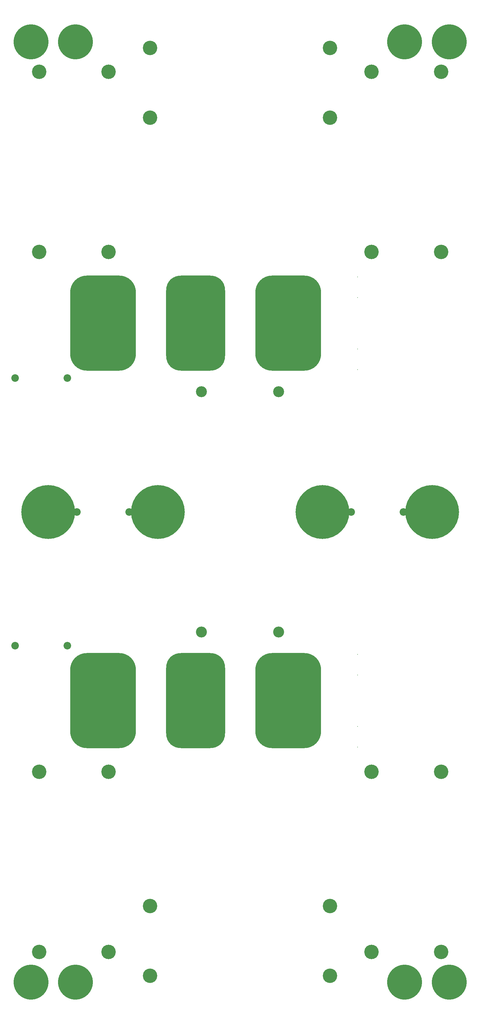
<source format=gbs>
G04*
G04 #@! TF.GenerationSoftware,Altium Limited,Altium Designer,18.1.9 (240)*
G04*
G04 Layer_Color=16711935*
%FSLAX25Y25*%
%MOIN*%
G70*
G01*
G75*
%ADD18C,0.40170*%
%ADD19C,0.61824*%
%ADD20C,0.08674*%
%ADD21C,0.16548*%
%ADD22C,0.12611*%
G04:AMPARAMS|DCode=23|XSize=756.03mil|YSize=1090.68mil|CornerRadius=191.01mil|HoleSize=0mil|Usage=FLASHONLY|Rotation=0.000|XOffset=0mil|YOffset=0mil|HoleType=Round|Shape=RoundedRectangle|*
%AMROUNDEDRECTD23*
21,1,0.75603,0.70866,0,0,0.0*
21,1,0.37402,1.09068,0,0,0.0*
1,1,0.38202,0.18701,-0.35433*
1,1,0.38202,-0.18701,-0.35433*
1,1,0.38202,-0.18701,0.35433*
1,1,0.38202,0.18701,0.35433*
%
%ADD23ROUNDEDRECTD23*%
G04:AMPARAMS|DCode=24|XSize=677.29mil|YSize=1090.68mil|CornerRadius=171.32mil|HoleSize=0mil|Usage=FLASHONLY|Rotation=0.000|XOffset=0mil|YOffset=0mil|HoleType=Round|Shape=RoundedRectangle|*
%AMROUNDEDRECTD24*
21,1,0.67729,0.74803,0,0,0.0*
21,1,0.33465,1.09068,0,0,0.0*
1,1,0.34265,0.16732,-0.37402*
1,1,0.34265,-0.16732,-0.37402*
1,1,0.34265,-0.16732,0.37402*
1,1,0.34265,0.16732,0.37402*
%
%ADD24ROUNDEDRECTD24*%
%ADD25C,0.00800*%
%ADD26C,0.04737*%
D18*
X188976Y539370D02*
D03*
X240158D02*
D03*
X-188976Y539370D02*
D03*
X-240158D02*
D03*
X188976Y-539370D02*
D03*
X240158D02*
D03*
X-240158Y-539370D02*
D03*
X-188976D02*
D03*
D19*
X220472Y0D02*
D03*
X94488D02*
D03*
X-220472D02*
D03*
X-94488D02*
D03*
D20*
X-187480D02*
D03*
X-127480D02*
D03*
X127480D02*
D03*
X187480D02*
D03*
X-258347Y153543D02*
D03*
X-198346D02*
D03*
Y-153543D02*
D03*
X-258347D02*
D03*
D21*
X-150984Y298228D02*
D03*
Y504921D02*
D03*
X-230906D02*
D03*
Y298228D02*
D03*
X150984Y504921D02*
D03*
Y298228D02*
D03*
X230906D02*
D03*
Y504921D02*
D03*
X-103347Y452165D02*
D03*
X103347D02*
D03*
Y532087D02*
D03*
X-103347D02*
D03*
X230906Y-504921D02*
D03*
Y-298228D02*
D03*
X150984D02*
D03*
Y-504921D02*
D03*
X-103347Y-532087D02*
D03*
X103347D02*
D03*
Y-452165D02*
D03*
X-103347D02*
D03*
X-150984Y-298228D02*
D03*
Y-504921D02*
D03*
X-230906D02*
D03*
Y-298228D02*
D03*
D22*
X-44291Y137795D02*
D03*
X44291D02*
D03*
X-44291Y-137795D02*
D03*
X44291D02*
D03*
D23*
X-157480Y-216535D02*
D03*
X55118D02*
D03*
Y216535D02*
D03*
X-157480D02*
D03*
D24*
X-51181Y-216535D02*
D03*
Y216535D02*
D03*
D25*
X134843Y-269685D02*
D03*
Y-246063D02*
D03*
Y-187008D02*
D03*
Y-163386D02*
D03*
Y269685D02*
D03*
Y246063D02*
D03*
Y187008D02*
D03*
Y163386D02*
D03*
D26*
X-51181Y-240158D02*
D03*
Y-255906D02*
D03*
X-47244Y-263779D02*
D03*
X-43307Y-255906D02*
D03*
X-47244Y-248031D02*
D03*
X-43307Y-240158D02*
D03*
X-47244Y-232283D02*
D03*
X-39370D02*
D03*
X-35433Y-240158D02*
D03*
X-39370Y-248031D02*
D03*
X-31496Y-232283D02*
D03*
X-23622D02*
D03*
X-27559Y-240158D02*
D03*
X-31496Y-248031D02*
D03*
X-23622D02*
D03*
X-35433Y-255906D02*
D03*
X-27559D02*
D03*
X-39370Y-263779D02*
D03*
X-35433Y-224409D02*
D03*
X-27559D02*
D03*
X-31496Y-216535D02*
D03*
X-23622D02*
D03*
X-47244Y-169291D02*
D03*
X-43307Y-177165D02*
D03*
X-47244Y-185039D02*
D03*
X-43307Y-192913D02*
D03*
X-47244Y-200787D02*
D03*
X-39370D02*
D03*
X-35433Y-192913D02*
D03*
X-39370Y-185039D02*
D03*
X-31496Y-200787D02*
D03*
X-23622D02*
D03*
X-27559Y-192913D02*
D03*
X-31496Y-185039D02*
D03*
X-23622D02*
D03*
X-35433Y-177165D02*
D03*
X-27559D02*
D03*
X-39370Y-169291D02*
D03*
X-35433Y-208661D02*
D03*
X-27559D02*
D03*
X-51181Y-192913D02*
D03*
X-31496Y-263779D02*
D03*
Y-169291D02*
D03*
X-19685Y-224409D02*
D03*
Y-208661D02*
D03*
Y-192913D02*
D03*
Y-240158D02*
D03*
X-82677Y-192913D02*
D03*
Y-240158D02*
D03*
Y-224409D02*
D03*
Y-208661D02*
D03*
X-70866Y-263779D02*
D03*
Y-169291D02*
D03*
X-74803Y-224409D02*
D03*
X-66929D02*
D03*
X-62992Y-263779D02*
D03*
X-74803Y-255906D02*
D03*
X-66929D02*
D03*
X-78740Y-248031D02*
D03*
X-70866D02*
D03*
X-74803Y-240158D02*
D03*
X-78740Y-232283D02*
D03*
X-70866D02*
D03*
X-62992Y-248031D02*
D03*
X-66929Y-240158D02*
D03*
X-62992Y-232283D02*
D03*
X-55118D02*
D03*
X-59055Y-240158D02*
D03*
X-55118Y-248031D02*
D03*
X-59055Y-255906D02*
D03*
X-55118Y-263779D02*
D03*
X-78740Y-216535D02*
D03*
X-70866D02*
D03*
X-74803Y-208661D02*
D03*
X-66929D02*
D03*
X-62992Y-169291D02*
D03*
X-74803Y-177165D02*
D03*
X-66929D02*
D03*
X-78740Y-185039D02*
D03*
X-70866D02*
D03*
X-74803Y-192913D02*
D03*
X-78740Y-200787D02*
D03*
X-70866D02*
D03*
X-62992Y-185039D02*
D03*
X-66929Y-192913D02*
D03*
X-62992Y-200787D02*
D03*
X-55118D02*
D03*
X-59055Y-192913D02*
D03*
X-55118Y-185039D02*
D03*
X-59055Y-177165D02*
D03*
X-55118Y-169291D02*
D03*
X-51181Y-177165D02*
D03*
X88583Y-240158D02*
D03*
Y-192913D02*
D03*
Y-208661D02*
D03*
Y-224409D02*
D03*
X76772Y-169291D02*
D03*
Y-263779D02*
D03*
X57087Y-192913D02*
D03*
Y-177165D02*
D03*
X80709Y-208661D02*
D03*
X72835D02*
D03*
X68898Y-169291D02*
D03*
X80709Y-177165D02*
D03*
X72835D02*
D03*
X84646Y-185039D02*
D03*
X76772D02*
D03*
X80709Y-192913D02*
D03*
X84646Y-200787D02*
D03*
X76772D02*
D03*
X68898Y-185039D02*
D03*
X72835Y-192913D02*
D03*
X68898Y-200787D02*
D03*
X61024D02*
D03*
X64961Y-192913D02*
D03*
X61024Y-185039D02*
D03*
X64961Y-177165D02*
D03*
X61024Y-169291D02*
D03*
X84646Y-216535D02*
D03*
X76772D02*
D03*
X80709Y-224409D02*
D03*
X72835D02*
D03*
X68898Y-263779D02*
D03*
X80709Y-255906D02*
D03*
X72835D02*
D03*
X84646Y-248031D02*
D03*
X76772D02*
D03*
X80709Y-240158D02*
D03*
X84646Y-232283D02*
D03*
X76772D02*
D03*
X68898Y-248031D02*
D03*
X72835Y-240158D02*
D03*
X68898Y-232283D02*
D03*
X61024D02*
D03*
X64961Y-240158D02*
D03*
X61024Y-248031D02*
D03*
X64961Y-255906D02*
D03*
X61024Y-263779D02*
D03*
X57087Y-255906D02*
D03*
Y-240158D02*
D03*
X29528Y-263779D02*
D03*
Y-169291D02*
D03*
X49213Y-240158D02*
D03*
Y-255906D02*
D03*
X25591Y-224409D02*
D03*
X33465D02*
D03*
X37402Y-263779D02*
D03*
X25591Y-255906D02*
D03*
X33465D02*
D03*
X21654Y-248031D02*
D03*
X29528D02*
D03*
X25591Y-240158D02*
D03*
X21654Y-232283D02*
D03*
X29528D02*
D03*
X37402Y-248031D02*
D03*
X33465Y-240158D02*
D03*
X37402Y-232283D02*
D03*
X45276D02*
D03*
X41339Y-240158D02*
D03*
X45276Y-248031D02*
D03*
X41339Y-255906D02*
D03*
X45276Y-263779D02*
D03*
X21654Y-216535D02*
D03*
X29528D02*
D03*
X25591Y-208661D02*
D03*
X33465D02*
D03*
X37402Y-169291D02*
D03*
X25591Y-177165D02*
D03*
X33465D02*
D03*
X21654Y-185039D02*
D03*
X29528D02*
D03*
X25591Y-192913D02*
D03*
X21654Y-200787D02*
D03*
X29528D02*
D03*
X37402Y-185039D02*
D03*
X33465Y-192913D02*
D03*
X37402Y-200787D02*
D03*
X45276D02*
D03*
X41339Y-192913D02*
D03*
X45276Y-185039D02*
D03*
X41339Y-177165D02*
D03*
X45276Y-169291D02*
D03*
X49213Y-177165D02*
D03*
Y-192913D02*
D03*
X53150Y-232283D02*
D03*
Y-248031D02*
D03*
Y-263779D02*
D03*
Y-200787D02*
D03*
Y-185039D02*
D03*
Y-169291D02*
D03*
X88583Y-177165D02*
D03*
Y-255906D02*
D03*
X-78740Y-263779D02*
D03*
X-23622D02*
D03*
X-78740Y-169291D02*
D03*
X-23622D02*
D03*
X84646Y-263779D02*
D03*
Y-169291D02*
D03*
X-187008Y-263779D02*
D03*
Y-169291D02*
D03*
X-190945Y-177165D02*
D03*
Y-255906D02*
D03*
X-155512Y-263779D02*
D03*
Y-248031D02*
D03*
Y-232283D02*
D03*
Y-169291D02*
D03*
Y-185039D02*
D03*
Y-200787D02*
D03*
X-151575Y-240158D02*
D03*
Y-255906D02*
D03*
X-147638Y-263779D02*
D03*
X-143701Y-255906D02*
D03*
X-147638Y-248031D02*
D03*
X-143701Y-240158D02*
D03*
X-147638Y-232283D02*
D03*
X-139764D02*
D03*
X-135827Y-240158D02*
D03*
X-139764Y-248031D02*
D03*
X-131890Y-232283D02*
D03*
X-124016D02*
D03*
X-127953Y-240158D02*
D03*
X-131890Y-248031D02*
D03*
X-124016D02*
D03*
X-135827Y-255906D02*
D03*
X-127953D02*
D03*
X-139764Y-263779D02*
D03*
X-135827Y-224409D02*
D03*
X-127953D02*
D03*
X-131890Y-216535D02*
D03*
X-124016D02*
D03*
X-147638Y-169291D02*
D03*
X-143701Y-177165D02*
D03*
X-147638Y-185039D02*
D03*
X-143701Y-192913D02*
D03*
X-147638Y-200787D02*
D03*
X-139764D02*
D03*
X-135827Y-192913D02*
D03*
X-139764Y-185039D02*
D03*
X-131890Y-200787D02*
D03*
X-124016D02*
D03*
X-127953Y-192913D02*
D03*
X-131890Y-185039D02*
D03*
X-124016D02*
D03*
X-135827Y-177165D02*
D03*
X-127953D02*
D03*
X-139764Y-169291D02*
D03*
X-135827Y-208661D02*
D03*
X-127953D02*
D03*
X-151575Y-177165D02*
D03*
Y-192913D02*
D03*
X-131890Y-263779D02*
D03*
Y-169291D02*
D03*
X-159449Y-192913D02*
D03*
Y-177165D02*
D03*
X-163386Y-169291D02*
D03*
X-167323Y-177165D02*
D03*
X-163386Y-185039D02*
D03*
X-167323Y-192913D02*
D03*
X-163386Y-200787D02*
D03*
X-171260D02*
D03*
X-175197Y-192913D02*
D03*
X-171260Y-185039D02*
D03*
X-179134Y-200787D02*
D03*
X-187008D02*
D03*
X-183071Y-192913D02*
D03*
X-179134Y-185039D02*
D03*
X-187008D02*
D03*
X-175197Y-177165D02*
D03*
X-183071D02*
D03*
X-171260Y-169291D02*
D03*
X-175197Y-208661D02*
D03*
X-183071D02*
D03*
X-179134Y-216535D02*
D03*
X-187008D02*
D03*
X-163386Y-263779D02*
D03*
X-167323Y-255906D02*
D03*
X-163386Y-248031D02*
D03*
X-167323Y-240158D02*
D03*
X-163386Y-232283D02*
D03*
X-171260D02*
D03*
X-175197Y-240158D02*
D03*
X-171260Y-248031D02*
D03*
X-179134Y-232283D02*
D03*
X-187008D02*
D03*
X-183071Y-240158D02*
D03*
X-179134Y-248031D02*
D03*
X-187008D02*
D03*
X-175197Y-255906D02*
D03*
X-183071D02*
D03*
X-171260Y-263779D02*
D03*
X-175197Y-224409D02*
D03*
X-183071D02*
D03*
X-159449Y-255906D02*
D03*
Y-240158D02*
D03*
X-179134Y-169291D02*
D03*
Y-263779D02*
D03*
X-190945Y-208661D02*
D03*
Y-224409D02*
D03*
Y-240158D02*
D03*
Y-192913D02*
D03*
Y240158D02*
D03*
Y192913D02*
D03*
Y208661D02*
D03*
Y224409D02*
D03*
X-179134Y169291D02*
D03*
Y263779D02*
D03*
X-159449Y192913D02*
D03*
Y177165D02*
D03*
X-183071Y208661D02*
D03*
X-175197D02*
D03*
X-171260Y169291D02*
D03*
X-183071Y177165D02*
D03*
X-175197D02*
D03*
X-187008Y185039D02*
D03*
X-179134D02*
D03*
X-183071Y192913D02*
D03*
X-187008Y200787D02*
D03*
X-179134D02*
D03*
X-171260Y185039D02*
D03*
X-175197Y192913D02*
D03*
X-171260Y200787D02*
D03*
X-163386D02*
D03*
X-167323Y192913D02*
D03*
X-163386Y185039D02*
D03*
X-167323Y177165D02*
D03*
X-163386Y169291D02*
D03*
X-187008Y216535D02*
D03*
X-179134D02*
D03*
X-183071Y224409D02*
D03*
X-175197D02*
D03*
X-171260Y263779D02*
D03*
X-183071Y255906D02*
D03*
X-175197D02*
D03*
X-187008Y248031D02*
D03*
X-179134D02*
D03*
X-183071Y240158D02*
D03*
X-187008Y232283D02*
D03*
X-179134D02*
D03*
X-171260Y248031D02*
D03*
X-175197Y240158D02*
D03*
X-171260Y232283D02*
D03*
X-163386D02*
D03*
X-167323Y240158D02*
D03*
X-163386Y248031D02*
D03*
X-167323Y255906D02*
D03*
X-163386Y263779D02*
D03*
X-159449Y255906D02*
D03*
Y240158D02*
D03*
X-131890Y263779D02*
D03*
Y169291D02*
D03*
X-151575Y240158D02*
D03*
Y255906D02*
D03*
X-127953Y224409D02*
D03*
X-135827D02*
D03*
X-139764Y263779D02*
D03*
X-127953Y255906D02*
D03*
X-135827D02*
D03*
X-124016Y248031D02*
D03*
X-131890D02*
D03*
X-127953Y240158D02*
D03*
X-124016Y232283D02*
D03*
X-131890D02*
D03*
X-139764Y248031D02*
D03*
X-135827Y240158D02*
D03*
X-139764Y232283D02*
D03*
X-147638D02*
D03*
X-143701Y240158D02*
D03*
X-147638Y248031D02*
D03*
X-143701Y255906D02*
D03*
X-147638Y263779D02*
D03*
X-124016Y216535D02*
D03*
X-131890D02*
D03*
X-127953Y208661D02*
D03*
X-135827D02*
D03*
X-139764Y169291D02*
D03*
X-127953Y177165D02*
D03*
X-135827D02*
D03*
X-124016Y185039D02*
D03*
X-131890D02*
D03*
X-127953Y192913D02*
D03*
X-124016Y200787D02*
D03*
X-131890D02*
D03*
X-139764Y185039D02*
D03*
X-135827Y192913D02*
D03*
X-139764Y200787D02*
D03*
X-147638D02*
D03*
X-143701Y192913D02*
D03*
X-147638Y185039D02*
D03*
X-143701Y177165D02*
D03*
X-147638Y169291D02*
D03*
X-151575Y177165D02*
D03*
Y192913D02*
D03*
X-155512Y232283D02*
D03*
Y248031D02*
D03*
Y263779D02*
D03*
Y200787D02*
D03*
Y185039D02*
D03*
Y169291D02*
D03*
X-190945Y177165D02*
D03*
Y255906D02*
D03*
X-187008Y263779D02*
D03*
Y169291D02*
D03*
X84646Y263779D02*
D03*
Y169291D02*
D03*
X-23622Y263779D02*
D03*
X-78740D02*
D03*
X-23622Y169291D02*
D03*
X-78740D02*
D03*
X88583Y177165D02*
D03*
Y255906D02*
D03*
X53150Y263779D02*
D03*
Y248031D02*
D03*
Y232283D02*
D03*
Y169291D02*
D03*
Y185039D02*
D03*
Y200787D02*
D03*
X49213Y240158D02*
D03*
Y255906D02*
D03*
X45276Y263779D02*
D03*
X41339Y255906D02*
D03*
X45276Y248031D02*
D03*
X41339Y240158D02*
D03*
X45276Y232283D02*
D03*
X37402D02*
D03*
X33465Y240158D02*
D03*
X37402Y248031D02*
D03*
X29528Y232283D02*
D03*
X21654D02*
D03*
X25591Y240158D02*
D03*
X29528Y248031D02*
D03*
X21654D02*
D03*
X33465Y255906D02*
D03*
X25591D02*
D03*
X37402Y263779D02*
D03*
X33465Y224409D02*
D03*
X25591D02*
D03*
X29528Y216535D02*
D03*
X21654D02*
D03*
X45276Y169291D02*
D03*
X41339Y177165D02*
D03*
X45276Y185039D02*
D03*
X41339Y192913D02*
D03*
X45276Y200787D02*
D03*
X37402D02*
D03*
X33465Y192913D02*
D03*
X37402Y185039D02*
D03*
X29528Y200787D02*
D03*
X21654D02*
D03*
X25591Y192913D02*
D03*
X29528Y185039D02*
D03*
X21654D02*
D03*
X33465Y177165D02*
D03*
X25591D02*
D03*
X37402Y169291D02*
D03*
X33465Y208661D02*
D03*
X25591D02*
D03*
X49213Y177165D02*
D03*
Y192913D02*
D03*
X29528Y263779D02*
D03*
Y169291D02*
D03*
X57087Y192913D02*
D03*
Y177165D02*
D03*
X61024Y169291D02*
D03*
X64961Y177165D02*
D03*
X61024Y185039D02*
D03*
X64961Y192913D02*
D03*
X61024Y200787D02*
D03*
X68898D02*
D03*
X72835Y192913D02*
D03*
X68898Y185039D02*
D03*
X76772Y200787D02*
D03*
X84646D02*
D03*
X80709Y192913D02*
D03*
X76772Y185039D02*
D03*
X84646D02*
D03*
X72835Y177165D02*
D03*
X80709D02*
D03*
X68898Y169291D02*
D03*
X72835Y208661D02*
D03*
X80709D02*
D03*
X76772Y216535D02*
D03*
X84646D02*
D03*
X61024Y263779D02*
D03*
X64961Y255906D02*
D03*
X61024Y248031D02*
D03*
X64961Y240158D02*
D03*
X61024Y232283D02*
D03*
X68898D02*
D03*
X72835Y240158D02*
D03*
X68898Y248031D02*
D03*
X76772Y232283D02*
D03*
X84646D02*
D03*
X80709Y240158D02*
D03*
X76772Y248031D02*
D03*
X84646D02*
D03*
X72835Y255906D02*
D03*
X80709D02*
D03*
X68898Y263779D02*
D03*
X72835Y224409D02*
D03*
X80709D02*
D03*
X57087Y255906D02*
D03*
Y240158D02*
D03*
X76772Y169291D02*
D03*
Y263779D02*
D03*
X88583Y208661D02*
D03*
Y224409D02*
D03*
Y240158D02*
D03*
Y192913D02*
D03*
X-51181Y255906D02*
D03*
X-55118Y263779D02*
D03*
X-59055Y255906D02*
D03*
X-55118Y248031D02*
D03*
X-59055Y240158D02*
D03*
X-55118Y232283D02*
D03*
X-62992D02*
D03*
X-66929Y240158D02*
D03*
X-62992Y248031D02*
D03*
X-70866Y232283D02*
D03*
X-78740D02*
D03*
X-74803Y240158D02*
D03*
X-70866Y248031D02*
D03*
X-78740D02*
D03*
X-66929Y255906D02*
D03*
X-74803D02*
D03*
X-62992Y263779D02*
D03*
X-66929Y224409D02*
D03*
X-74803D02*
D03*
X-70866Y216535D02*
D03*
X-78740D02*
D03*
X-55118Y169291D02*
D03*
X-59055Y177165D02*
D03*
X-55118Y185039D02*
D03*
X-59055Y192913D02*
D03*
X-55118Y200787D02*
D03*
X-62992D02*
D03*
X-66929Y192913D02*
D03*
X-62992Y185039D02*
D03*
X-70866Y200787D02*
D03*
X-78740D02*
D03*
X-74803Y192913D02*
D03*
X-70866Y185039D02*
D03*
X-78740D02*
D03*
X-66929Y177165D02*
D03*
X-74803D02*
D03*
X-62992Y169291D02*
D03*
X-66929Y208661D02*
D03*
X-74803D02*
D03*
X-70866Y263779D02*
D03*
Y169291D02*
D03*
X-82677Y224409D02*
D03*
Y208661D02*
D03*
Y192913D02*
D03*
Y240158D02*
D03*
X-19685Y192913D02*
D03*
Y240158D02*
D03*
Y224409D02*
D03*
Y208661D02*
D03*
X-31496Y263779D02*
D03*
Y169291D02*
D03*
X-51181Y240158D02*
D03*
X-27559Y224409D02*
D03*
X-35433D02*
D03*
X-39370Y263779D02*
D03*
X-27559Y255906D02*
D03*
X-35433D02*
D03*
X-23622Y248031D02*
D03*
X-31496D02*
D03*
X-27559Y240158D02*
D03*
X-23622Y232283D02*
D03*
X-31496D02*
D03*
X-39370Y248031D02*
D03*
X-35433Y240158D02*
D03*
X-39370Y232283D02*
D03*
X-47244D02*
D03*
X-43307Y240158D02*
D03*
X-47244Y248031D02*
D03*
X-43307Y255906D02*
D03*
X-47244Y263779D02*
D03*
X-23622Y216535D02*
D03*
X-31496D02*
D03*
X-27559Y208661D02*
D03*
X-35433D02*
D03*
X-39370Y169291D02*
D03*
X-27559Y177165D02*
D03*
X-35433D02*
D03*
X-23622Y185039D02*
D03*
X-31496D02*
D03*
X-27559Y192913D02*
D03*
X-23622Y200787D02*
D03*
X-31496D02*
D03*
X-39370Y185039D02*
D03*
X-35433Y192913D02*
D03*
X-39370Y200787D02*
D03*
X-47244D02*
D03*
X-43307Y192913D02*
D03*
X-47244Y185039D02*
D03*
X-43307Y177165D02*
D03*
X-47244Y169291D02*
D03*
X-51181Y177165D02*
D03*
Y192913D02*
D03*
X195866Y551303D02*
D03*
X202756Y539370D02*
D03*
X200910Y546260D02*
D03*
Y532480D02*
D03*
X188976Y525591D02*
D03*
X195866Y527437D02*
D03*
X182087D02*
D03*
X175197Y539370D02*
D03*
X177043Y532480D02*
D03*
X182087Y551303D02*
D03*
X188976Y553150D02*
D03*
X177043Y546260D02*
D03*
X247047Y551303D02*
D03*
X253937Y539370D02*
D03*
X252091Y546260D02*
D03*
Y532480D02*
D03*
X240158Y525591D02*
D03*
X247047Y527437D02*
D03*
X233268D02*
D03*
X226378Y539370D02*
D03*
X228224Y532480D02*
D03*
Y546260D02*
D03*
X240158Y553150D02*
D03*
X233268Y551303D02*
D03*
X-195866Y551304D02*
D03*
X-202756Y539370D02*
D03*
X-200910Y546260D02*
D03*
Y532480D02*
D03*
X-188976Y525591D02*
D03*
X-195866Y527437D02*
D03*
X-182087D02*
D03*
X-175197Y539370D02*
D03*
X-177043Y532480D02*
D03*
X-182087Y551304D02*
D03*
X-188976Y553150D02*
D03*
X-177043Y546260D02*
D03*
X-247047Y551304D02*
D03*
X-253937Y539370D02*
D03*
X-252091Y546260D02*
D03*
Y532480D02*
D03*
X-240158Y525591D02*
D03*
X-247047Y527437D02*
D03*
X-233268D02*
D03*
X-226378Y539370D02*
D03*
X-228224Y532480D02*
D03*
Y546260D02*
D03*
X-240158Y553150D02*
D03*
X-233268Y551304D02*
D03*
X195866Y-551303D02*
D03*
X202756Y-539370D02*
D03*
X200910Y-546260D02*
D03*
Y-532480D02*
D03*
X188976Y-525591D02*
D03*
X195866Y-527437D02*
D03*
X182087D02*
D03*
X175197Y-539370D02*
D03*
X177043Y-532480D02*
D03*
X182087Y-551303D02*
D03*
X188976Y-553150D02*
D03*
X177043Y-546260D02*
D03*
X247047Y-551303D02*
D03*
X253937Y-539370D02*
D03*
X252091Y-546260D02*
D03*
Y-532480D02*
D03*
X240158Y-525591D02*
D03*
X247047Y-527437D02*
D03*
X233268D02*
D03*
X226378Y-539370D02*
D03*
X228224Y-532480D02*
D03*
Y-546260D02*
D03*
X240158Y-553150D02*
D03*
X233268Y-551303D02*
D03*
X-233268Y-551303D02*
D03*
X-240158Y-553150D02*
D03*
X-228224Y-546260D02*
D03*
Y-532480D02*
D03*
X-226378Y-539370D02*
D03*
X-233268Y-527437D02*
D03*
X-247047D02*
D03*
X-240158Y-525591D02*
D03*
X-252091Y-532480D02*
D03*
Y-546260D02*
D03*
X-253937Y-539370D02*
D03*
X-247047Y-551303D02*
D03*
X-177043Y-546260D02*
D03*
X-188976Y-553150D02*
D03*
X-182087Y-551303D02*
D03*
X-177043Y-532480D02*
D03*
X-175197Y-539370D02*
D03*
X-182087Y-527437D02*
D03*
X-195866D02*
D03*
X-188976Y-525591D02*
D03*
X-200910Y-532480D02*
D03*
Y-546260D02*
D03*
X-202756Y-539370D02*
D03*
X-195866Y-551303D02*
D03*
X232283Y-20457D02*
D03*
X228346Y-13638D02*
D03*
X240930Y-11811D02*
D03*
X234111Y-7874D02*
D03*
X244094Y-0D02*
D03*
X236221Y0D02*
D03*
X240930Y11811D02*
D03*
X234111Y7874D02*
D03*
X232283Y20457D02*
D03*
X228346Y13638D02*
D03*
X220473Y23622D02*
D03*
X220472Y15748D02*
D03*
X208661Y20457D02*
D03*
X212598Y13638D02*
D03*
X200015Y11811D02*
D03*
X206834Y7874D02*
D03*
X196850Y0D02*
D03*
X204724Y0D02*
D03*
X200015Y-11811D02*
D03*
X206834Y-7874D02*
D03*
X208661Y-20457D02*
D03*
X212598Y-13638D02*
D03*
X220472Y-23622D02*
D03*
X220472Y-15748D02*
D03*
X106299Y-20457D02*
D03*
X102362Y-13638D02*
D03*
X114945Y-11811D02*
D03*
X108126Y-7874D02*
D03*
X118110Y-0D02*
D03*
X110236Y0D02*
D03*
X114945Y11811D02*
D03*
X108126Y7874D02*
D03*
X106299Y20457D02*
D03*
X102362Y13638D02*
D03*
X94488Y23622D02*
D03*
X94488Y15748D02*
D03*
X82677Y20457D02*
D03*
X86614Y13638D02*
D03*
X74031Y11811D02*
D03*
X80850Y7874D02*
D03*
X70866Y0D02*
D03*
X78740Y0D02*
D03*
X74031Y-11811D02*
D03*
X80850Y-7874D02*
D03*
X82677Y-20457D02*
D03*
X86614Y-13638D02*
D03*
X94488Y-23622D02*
D03*
X94488Y-15748D02*
D03*
X-82677Y-20457D02*
D03*
X-86614Y-13638D02*
D03*
X-74031Y-11811D02*
D03*
X-80850Y-7874D02*
D03*
X-70866Y-0D02*
D03*
X-78740Y0D02*
D03*
X-74031Y11811D02*
D03*
X-80850Y7874D02*
D03*
X-82677Y20457D02*
D03*
X-86614Y13638D02*
D03*
X-94488Y23622D02*
D03*
X-94488Y15748D02*
D03*
X-106299Y20457D02*
D03*
X-102362Y13638D02*
D03*
X-114945Y11811D02*
D03*
X-108126Y7874D02*
D03*
X-118110Y0D02*
D03*
X-110236Y0D02*
D03*
X-114945Y-11811D02*
D03*
X-108126Y-7874D02*
D03*
X-106299Y-20457D02*
D03*
X-102362Y-13638D02*
D03*
X-94488Y-23622D02*
D03*
X-94488Y-15748D02*
D03*
X-220472D02*
D03*
X-220472Y-23622D02*
D03*
X-228346Y-13638D02*
D03*
X-232283Y-20457D02*
D03*
X-234111Y-7874D02*
D03*
X-240930Y-11811D02*
D03*
X-236221Y0D02*
D03*
X-244094Y0D02*
D03*
X-234111Y7874D02*
D03*
X-240930Y11811D02*
D03*
X-228346Y13638D02*
D03*
X-232283Y20457D02*
D03*
X-220472Y15748D02*
D03*
X-220472Y23622D02*
D03*
X-212598Y13638D02*
D03*
X-208661Y20457D02*
D03*
X-206834Y7874D02*
D03*
X-200015Y11811D02*
D03*
X-204724Y0D02*
D03*
X-196850Y-0D02*
D03*
X-206834Y-7874D02*
D03*
X-200015Y-11811D02*
D03*
X-212598Y-13638D02*
D03*
X-208661Y-20457D02*
D03*
M02*

</source>
